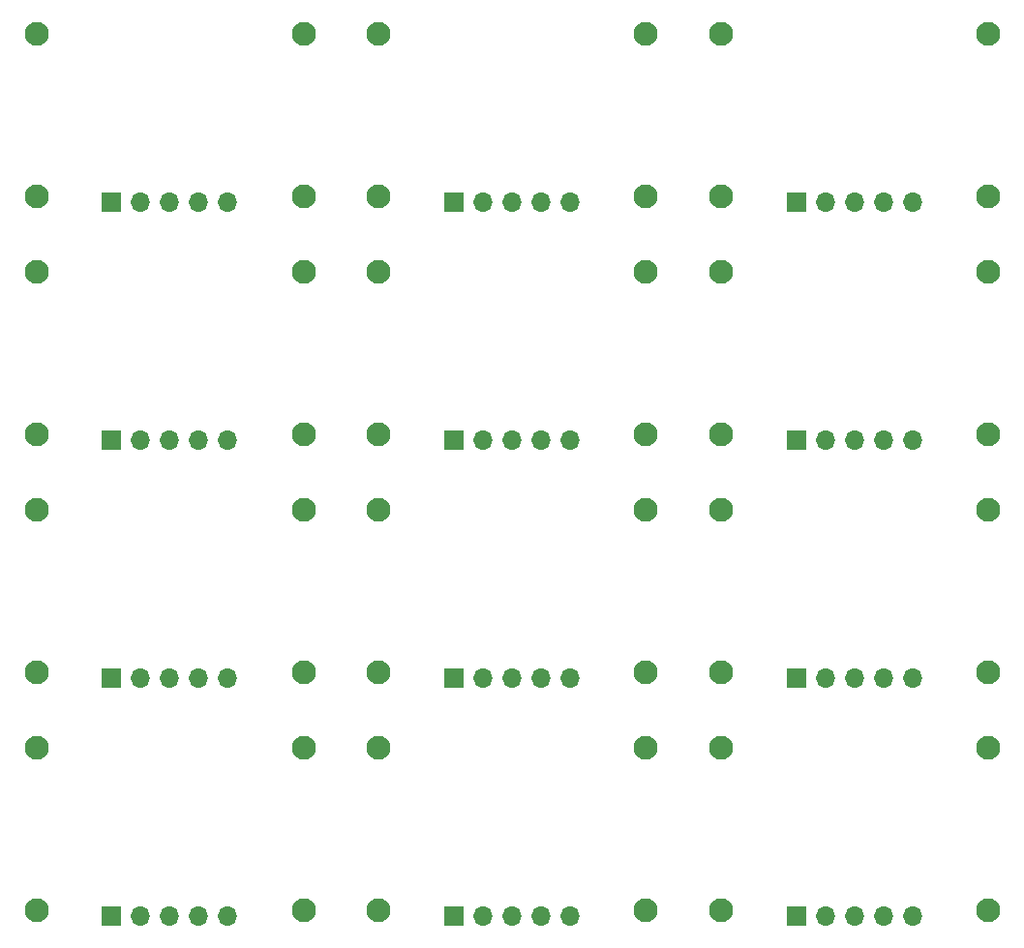
<source format=gbr>
%TF.GenerationSoftware,KiCad,Pcbnew,7.0.1*%
%TF.CreationDate,2025-06-25T09:37:51+07:00*%
%TF.ProjectId,panelize_2,70616e65-6c69-47a6-955f-322e6b696361,rev?*%
%TF.SameCoordinates,Original*%
%TF.FileFunction,Soldermask,Bot*%
%TF.FilePolarity,Negative*%
%FSLAX46Y46*%
G04 Gerber Fmt 4.6, Leading zero omitted, Abs format (unit mm)*
G04 Created by KiCad (PCBNEW 7.0.1) date 2025-06-25 09:37:51*
%MOMM*%
%LPD*%
G01*
G04 APERTURE LIST*
%ADD10C,2.100000*%
%ADD11O,1.700000X1.700000*%
%ADD12R,1.700000X1.700000*%
G04 APERTURE END LIST*
D10*
%TO.C,H47*%
X180498000Y-163720000D03*
%TD*%
%TO.C,H48*%
X180498000Y-149496000D03*
%TD*%
D11*
%TO.C,J36*%
X173852500Y-164228000D03*
X171312500Y-164228000D03*
X168772500Y-164228000D03*
X166232500Y-164228000D03*
D12*
X163692500Y-164228000D03*
%TD*%
D10*
%TO.C,H46*%
X157130000Y-163720000D03*
%TD*%
%TO.C,H45*%
X157130000Y-149496000D03*
%TD*%
%TO.C,H43*%
X150550000Y-163720000D03*
%TD*%
%TO.C,H44*%
X150550000Y-149496000D03*
%TD*%
D11*
%TO.C,J33*%
X143904500Y-164228000D03*
X141364500Y-164228000D03*
X138824500Y-164228000D03*
X136284500Y-164228000D03*
D12*
X133744500Y-164228000D03*
%TD*%
D10*
%TO.C,H42*%
X127182000Y-163720000D03*
%TD*%
%TO.C,H41*%
X127182000Y-149496000D03*
%TD*%
%TO.C,H39*%
X120602000Y-163720000D03*
%TD*%
%TO.C,H40*%
X120602000Y-149496000D03*
%TD*%
D11*
%TO.C,J30*%
X113956500Y-164228000D03*
X111416500Y-164228000D03*
X108876500Y-164228000D03*
X106336500Y-164228000D03*
D12*
X103796500Y-164228000D03*
%TD*%
D10*
%TO.C,H38*%
X97234000Y-163720000D03*
%TD*%
%TO.C,H37*%
X97234000Y-149496000D03*
%TD*%
%TO.C,H35*%
X180498000Y-142916000D03*
%TD*%
%TO.C,H36*%
X180498000Y-128692000D03*
%TD*%
D11*
%TO.C,J27*%
X173852500Y-143424000D03*
X171312500Y-143424000D03*
X168772500Y-143424000D03*
X166232500Y-143424000D03*
D12*
X163692500Y-143424000D03*
%TD*%
D10*
%TO.C,H34*%
X157130000Y-142916000D03*
%TD*%
%TO.C,H33*%
X157130000Y-128692000D03*
%TD*%
%TO.C,H31*%
X150550000Y-142916000D03*
%TD*%
%TO.C,H32*%
X150550000Y-128692000D03*
%TD*%
D11*
%TO.C,J24*%
X143904500Y-143424000D03*
X141364500Y-143424000D03*
X138824500Y-143424000D03*
X136284500Y-143424000D03*
D12*
X133744500Y-143424000D03*
%TD*%
D10*
%TO.C,H30*%
X127182000Y-142916000D03*
%TD*%
%TO.C,H29*%
X127182000Y-128692000D03*
%TD*%
%TO.C,H27*%
X120602000Y-142916000D03*
%TD*%
%TO.C,H28*%
X120602000Y-128692000D03*
%TD*%
D11*
%TO.C,J21*%
X113956500Y-143424000D03*
X111416500Y-143424000D03*
X108876500Y-143424000D03*
X106336500Y-143424000D03*
D12*
X103796500Y-143424000D03*
%TD*%
D10*
%TO.C,H26*%
X97234000Y-142916000D03*
%TD*%
%TO.C,H25*%
X97234000Y-128692000D03*
%TD*%
%TO.C,H23*%
X180498000Y-122112000D03*
%TD*%
%TO.C,H24*%
X180498000Y-107888000D03*
%TD*%
D11*
%TO.C,J18*%
X173852500Y-122620000D03*
X171312500Y-122620000D03*
X168772500Y-122620000D03*
X166232500Y-122620000D03*
D12*
X163692500Y-122620000D03*
%TD*%
D10*
%TO.C,H22*%
X157130000Y-122112000D03*
%TD*%
%TO.C,H21*%
X157130000Y-107888000D03*
%TD*%
%TO.C,H19*%
X150550000Y-122112000D03*
%TD*%
%TO.C,H20*%
X150550000Y-107888000D03*
%TD*%
D11*
%TO.C,J15*%
X143904500Y-122620000D03*
X141364500Y-122620000D03*
X138824500Y-122620000D03*
X136284500Y-122620000D03*
D12*
X133744500Y-122620000D03*
%TD*%
D10*
%TO.C,H18*%
X127182000Y-122112000D03*
%TD*%
%TO.C,H17*%
X127182000Y-107888000D03*
%TD*%
%TO.C,H15*%
X120602000Y-122112000D03*
%TD*%
%TO.C,H16*%
X120602000Y-107888000D03*
%TD*%
D11*
%TO.C,J12*%
X113956500Y-122620000D03*
X111416500Y-122620000D03*
X108876500Y-122620000D03*
X106336500Y-122620000D03*
D12*
X103796500Y-122620000D03*
%TD*%
D10*
%TO.C,H14*%
X97234000Y-122112000D03*
%TD*%
%TO.C,H13*%
X97234000Y-107888000D03*
%TD*%
%TO.C,H11*%
X180498000Y-101308000D03*
%TD*%
%TO.C,H12*%
X180498000Y-87084000D03*
%TD*%
D11*
%TO.C,J9*%
X173852500Y-101816000D03*
X171312500Y-101816000D03*
X168772500Y-101816000D03*
X166232500Y-101816000D03*
D12*
X163692500Y-101816000D03*
%TD*%
D10*
%TO.C,H10*%
X157130000Y-101308000D03*
%TD*%
%TO.C,H9*%
X157130000Y-87084000D03*
%TD*%
%TO.C,H7*%
X150550000Y-101308000D03*
%TD*%
%TO.C,H8*%
X150550000Y-87084000D03*
%TD*%
D11*
%TO.C,J6*%
X143904500Y-101816000D03*
X141364500Y-101816000D03*
X138824500Y-101816000D03*
X136284500Y-101816000D03*
D12*
X133744500Y-101816000D03*
%TD*%
D10*
%TO.C,H6*%
X127182000Y-101308000D03*
%TD*%
%TO.C,H5*%
X127182000Y-87084000D03*
%TD*%
%TO.C,H2*%
X97234000Y-101308000D03*
%TD*%
%TO.C,H1*%
X97234000Y-87084000D03*
%TD*%
%TO.C,H4*%
X120602000Y-87084000D03*
%TD*%
D11*
%TO.C,J3*%
X113956500Y-101816000D03*
X111416500Y-101816000D03*
X108876500Y-101816000D03*
X106336500Y-101816000D03*
D12*
X103796500Y-101816000D03*
%TD*%
D10*
%TO.C,H3*%
X120602000Y-101308000D03*
%TD*%
M02*

</source>
